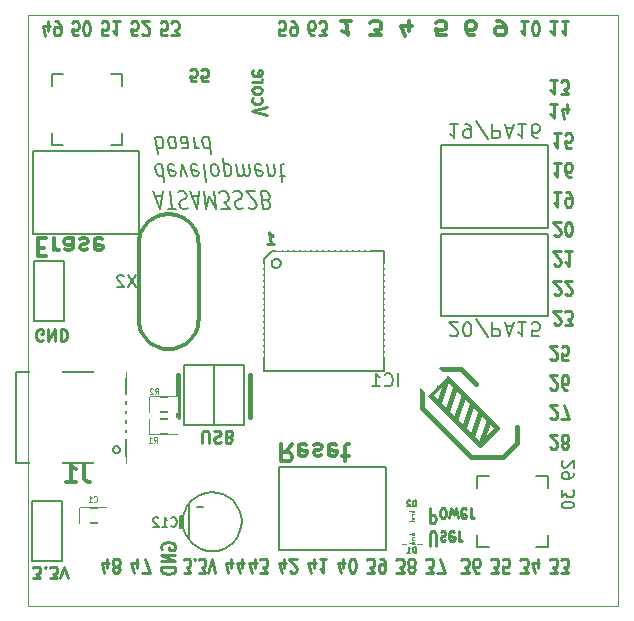
<source format=gbo>
G04 (created by PCBNEW-RS274X (2012-01-19 BZR 3256)-stable) date 07/08/2012 11:34:10*
G01*
G70*
G90*
%MOIN*%
G04 Gerber Fmt 3.4, Leading zero omitted, Abs format*
%FSLAX34Y34*%
G04 APERTURE LIST*
%ADD10C,0.006000*%
%ADD11C,0.007900*%
%ADD12C,0.003900*%
%ADD13C,0.009900*%
%ADD14C,0.008900*%
%ADD15C,0.011800*%
%ADD16C,0.015000*%
%ADD17C,0.012000*%
%ADD18C,0.009100*%
%ADD19C,0.006500*%
%ADD20C,0.008000*%
%ADD21C,0.012500*%
%ADD22C,0.005000*%
%ADD23C,0.002600*%
%ADD24C,0.004000*%
%ADD25C,0.004500*%
%ADD26R,0.055000X0.055000*%
%ADD27C,0.055000*%
%ADD28R,0.108400X0.088700*%
%ADD29R,0.110400X0.019900*%
%ADD30C,0.060000*%
%ADD31R,0.019800X0.070000*%
%ADD32O,0.019800X0.070000*%
%ADD33O,0.070000X0.019800*%
%ADD34R,0.070000X0.070000*%
%ADD35C,0.070000*%
%ADD36C,0.066000*%
%ADD37R,0.035000X0.055000*%
%ADD38R,0.041400X0.041400*%
%ADD39C,0.069100*%
%ADD40C,0.118200*%
%ADD41C,0.246200*%
G04 APERTURE END LIST*
G54D10*
G54D11*
X14066Y-10669D02*
X14088Y-10691D01*
X14133Y-10714D01*
X14246Y-10714D01*
X14291Y-10691D01*
X14313Y-10669D01*
X14336Y-10624D01*
X14336Y-10579D01*
X14313Y-10512D01*
X14043Y-10242D01*
X14336Y-10242D01*
X14628Y-10714D02*
X14673Y-10714D01*
X14718Y-10691D01*
X14741Y-10669D01*
X14763Y-10624D01*
X14786Y-10534D01*
X14786Y-10422D01*
X14763Y-10332D01*
X14741Y-10287D01*
X14718Y-10264D01*
X14673Y-10242D01*
X14628Y-10242D01*
X14583Y-10264D01*
X14561Y-10287D01*
X14538Y-10332D01*
X14516Y-10422D01*
X14516Y-10534D01*
X14538Y-10624D01*
X14561Y-10669D01*
X14583Y-10691D01*
X14628Y-10714D01*
X15326Y-10736D02*
X14921Y-10130D01*
X15482Y-10242D02*
X15482Y-10714D01*
X15662Y-10714D01*
X15707Y-10691D01*
X15730Y-10669D01*
X15752Y-10624D01*
X15752Y-10557D01*
X15730Y-10512D01*
X15707Y-10489D01*
X15662Y-10467D01*
X15482Y-10467D01*
X15932Y-10377D02*
X16157Y-10377D01*
X15887Y-10242D02*
X16044Y-10714D01*
X16202Y-10242D01*
X16607Y-10242D02*
X16337Y-10242D01*
X16472Y-10242D02*
X16472Y-10714D01*
X16427Y-10647D01*
X16382Y-10602D01*
X16337Y-10579D01*
X17034Y-10714D02*
X16809Y-10714D01*
X16787Y-10489D01*
X16809Y-10512D01*
X16854Y-10534D01*
X16967Y-10534D01*
X17012Y-10512D01*
X17034Y-10489D01*
X17057Y-10444D01*
X17057Y-10332D01*
X17034Y-10287D01*
X17012Y-10264D01*
X16967Y-10242D01*
X16854Y-10242D01*
X16809Y-10264D01*
X16787Y-10287D01*
X14336Y-03628D02*
X14066Y-03628D01*
X14201Y-03628D02*
X14201Y-04100D01*
X14156Y-04033D01*
X14111Y-03988D01*
X14066Y-03965D01*
X14561Y-03628D02*
X14651Y-03628D01*
X14696Y-03650D01*
X14718Y-03673D01*
X14763Y-03740D01*
X14786Y-03830D01*
X14786Y-04010D01*
X14763Y-04055D01*
X14741Y-04077D01*
X14696Y-04100D01*
X14606Y-04100D01*
X14561Y-04077D01*
X14538Y-04055D01*
X14516Y-04010D01*
X14516Y-03898D01*
X14538Y-03853D01*
X14561Y-03830D01*
X14606Y-03808D01*
X14696Y-03808D01*
X14741Y-03830D01*
X14763Y-03853D01*
X14786Y-03898D01*
X15326Y-04122D02*
X14921Y-03516D01*
X15482Y-03628D02*
X15482Y-04100D01*
X15662Y-04100D01*
X15707Y-04077D01*
X15730Y-04055D01*
X15752Y-04010D01*
X15752Y-03943D01*
X15730Y-03898D01*
X15707Y-03875D01*
X15662Y-03853D01*
X15482Y-03853D01*
X15932Y-03763D02*
X16157Y-03763D01*
X15887Y-03628D02*
X16044Y-04100D01*
X16202Y-03628D01*
X16607Y-03628D02*
X16337Y-03628D01*
X16472Y-03628D02*
X16472Y-04100D01*
X16427Y-04033D01*
X16382Y-03988D01*
X16337Y-03965D01*
X17012Y-04100D02*
X16922Y-04100D01*
X16877Y-04077D01*
X16854Y-04055D01*
X16809Y-03988D01*
X16787Y-03898D01*
X16787Y-03718D01*
X16809Y-03673D01*
X16832Y-03650D01*
X16877Y-03628D01*
X16967Y-03628D01*
X17012Y-03650D01*
X17034Y-03673D01*
X17057Y-03718D01*
X17057Y-03830D01*
X17034Y-03875D01*
X17012Y-03898D01*
X16967Y-03920D01*
X16877Y-03920D01*
X16832Y-03898D01*
X16809Y-03875D01*
X16787Y-03830D01*
G54D12*
X00000Y-19685D02*
X00000Y00000D01*
X19685Y-19685D02*
X00000Y-19685D01*
X19685Y00000D02*
X19685Y-19685D01*
X00000Y00000D02*
X19685Y00000D01*
G54D13*
X17398Y-18588D02*
X17642Y-18588D01*
X17511Y-18408D01*
X17567Y-18408D01*
X17605Y-18386D01*
X17623Y-18363D01*
X17642Y-18318D01*
X17642Y-18206D01*
X17623Y-18161D01*
X17605Y-18138D01*
X17567Y-18116D01*
X17455Y-18116D01*
X17417Y-18138D01*
X17398Y-18161D01*
X17773Y-18588D02*
X18017Y-18588D01*
X17886Y-18408D01*
X17942Y-18408D01*
X17980Y-18386D01*
X17998Y-18363D01*
X18017Y-18318D01*
X18017Y-18206D01*
X17998Y-18161D01*
X17980Y-18138D01*
X17942Y-18116D01*
X17830Y-18116D01*
X17792Y-18138D01*
X17773Y-18161D01*
X16413Y-18588D02*
X16657Y-18588D01*
X16526Y-18408D01*
X16582Y-18408D01*
X16620Y-18386D01*
X16638Y-18363D01*
X16657Y-18318D01*
X16657Y-18206D01*
X16638Y-18161D01*
X16620Y-18138D01*
X16582Y-18116D01*
X16470Y-18116D01*
X16432Y-18138D01*
X16413Y-18161D01*
X16995Y-18431D02*
X16995Y-18116D01*
X16901Y-18610D02*
X16807Y-18273D01*
X17051Y-18273D01*
X15429Y-18588D02*
X15673Y-18588D01*
X15542Y-18408D01*
X15598Y-18408D01*
X15636Y-18386D01*
X15654Y-18363D01*
X15673Y-18318D01*
X15673Y-18206D01*
X15654Y-18161D01*
X15636Y-18138D01*
X15598Y-18116D01*
X15486Y-18116D01*
X15448Y-18138D01*
X15429Y-18161D01*
X16029Y-18588D02*
X15842Y-18588D01*
X15823Y-18363D01*
X15842Y-18386D01*
X15879Y-18408D01*
X15973Y-18408D01*
X16011Y-18386D01*
X16029Y-18363D01*
X16048Y-18318D01*
X16048Y-18206D01*
X16029Y-18161D01*
X16011Y-18138D01*
X15973Y-18116D01*
X15879Y-18116D01*
X15842Y-18138D01*
X15823Y-18161D01*
X14445Y-18588D02*
X14689Y-18588D01*
X14558Y-18408D01*
X14614Y-18408D01*
X14652Y-18386D01*
X14670Y-18363D01*
X14689Y-18318D01*
X14689Y-18206D01*
X14670Y-18161D01*
X14652Y-18138D01*
X14614Y-18116D01*
X14502Y-18116D01*
X14464Y-18138D01*
X14445Y-18161D01*
X15027Y-18588D02*
X14952Y-18588D01*
X14914Y-18565D01*
X14895Y-18543D01*
X14858Y-18476D01*
X14839Y-18386D01*
X14839Y-18206D01*
X14858Y-18161D01*
X14877Y-18138D01*
X14914Y-18116D01*
X14989Y-18116D01*
X15027Y-18138D01*
X15045Y-18161D01*
X15064Y-18206D01*
X15064Y-18318D01*
X15045Y-18363D01*
X15027Y-18386D01*
X14989Y-18408D01*
X14914Y-18408D01*
X14877Y-18386D01*
X14858Y-18363D01*
X14839Y-18318D01*
X13264Y-18588D02*
X13508Y-18588D01*
X13377Y-18408D01*
X13433Y-18408D01*
X13471Y-18386D01*
X13489Y-18363D01*
X13508Y-18318D01*
X13508Y-18206D01*
X13489Y-18161D01*
X13471Y-18138D01*
X13433Y-18116D01*
X13321Y-18116D01*
X13283Y-18138D01*
X13264Y-18161D01*
X13639Y-18588D02*
X13902Y-18588D01*
X13733Y-18116D01*
X12279Y-18588D02*
X12523Y-18588D01*
X12392Y-18408D01*
X12448Y-18408D01*
X12486Y-18386D01*
X12504Y-18363D01*
X12523Y-18318D01*
X12523Y-18206D01*
X12504Y-18161D01*
X12486Y-18138D01*
X12448Y-18116D01*
X12336Y-18116D01*
X12298Y-18138D01*
X12279Y-18161D01*
X12748Y-18386D02*
X12711Y-18408D01*
X12692Y-18431D01*
X12673Y-18476D01*
X12673Y-18498D01*
X12692Y-18543D01*
X12711Y-18565D01*
X12748Y-18588D01*
X12823Y-18588D01*
X12861Y-18565D01*
X12879Y-18543D01*
X12898Y-18498D01*
X12898Y-18476D01*
X12879Y-18431D01*
X12861Y-18408D01*
X12823Y-18386D01*
X12748Y-18386D01*
X12711Y-18363D01*
X12692Y-18341D01*
X12673Y-18296D01*
X12673Y-18206D01*
X12692Y-18161D01*
X12711Y-18138D01*
X12748Y-18116D01*
X12823Y-18116D01*
X12861Y-18138D01*
X12879Y-18161D01*
X12898Y-18206D01*
X12898Y-18296D01*
X12879Y-18341D01*
X12861Y-18363D01*
X12823Y-18386D01*
X11295Y-18588D02*
X11539Y-18588D01*
X11408Y-18408D01*
X11464Y-18408D01*
X11502Y-18386D01*
X11520Y-18363D01*
X11539Y-18318D01*
X11539Y-18206D01*
X11520Y-18161D01*
X11502Y-18138D01*
X11464Y-18116D01*
X11352Y-18116D01*
X11314Y-18138D01*
X11295Y-18161D01*
X11727Y-18116D02*
X11802Y-18116D01*
X11839Y-18138D01*
X11858Y-18161D01*
X11895Y-18228D01*
X11914Y-18318D01*
X11914Y-18498D01*
X11895Y-18543D01*
X11877Y-18565D01*
X11839Y-18588D01*
X11764Y-18588D01*
X11727Y-18565D01*
X11708Y-18543D01*
X11689Y-18498D01*
X11689Y-18386D01*
X11708Y-18341D01*
X11727Y-18318D01*
X11764Y-18296D01*
X11839Y-18296D01*
X11877Y-18318D01*
X11895Y-18341D01*
X11914Y-18386D01*
X10518Y-18431D02*
X10518Y-18116D01*
X10424Y-18610D02*
X10330Y-18273D01*
X10574Y-18273D01*
X10799Y-18588D02*
X10836Y-18588D01*
X10874Y-18565D01*
X10893Y-18543D01*
X10911Y-18498D01*
X10930Y-18408D01*
X10930Y-18296D01*
X10911Y-18206D01*
X10893Y-18161D01*
X10874Y-18138D01*
X10836Y-18116D01*
X10799Y-18116D01*
X10761Y-18138D01*
X10743Y-18161D01*
X10724Y-18206D01*
X10705Y-18296D01*
X10705Y-18408D01*
X10724Y-18498D01*
X10743Y-18543D01*
X10761Y-18565D01*
X10799Y-18588D01*
X09534Y-18431D02*
X09534Y-18116D01*
X09440Y-18610D02*
X09346Y-18273D01*
X09590Y-18273D01*
X09946Y-18116D02*
X09721Y-18116D01*
X09834Y-18116D02*
X09834Y-18588D01*
X09796Y-18521D01*
X09759Y-18476D01*
X09721Y-18453D01*
X08549Y-18431D02*
X08549Y-18116D01*
X08455Y-18610D02*
X08361Y-18273D01*
X08605Y-18273D01*
X08736Y-18543D02*
X08755Y-18565D01*
X08792Y-18588D01*
X08886Y-18588D01*
X08924Y-18565D01*
X08942Y-18543D01*
X08961Y-18498D01*
X08961Y-18453D01*
X08942Y-18386D01*
X08717Y-18116D01*
X08961Y-18116D01*
X07565Y-18431D02*
X07565Y-18116D01*
X07471Y-18610D02*
X07377Y-18273D01*
X07621Y-18273D01*
X07733Y-18588D02*
X07977Y-18588D01*
X07846Y-18408D01*
X07902Y-18408D01*
X07940Y-18386D01*
X07958Y-18363D01*
X07977Y-18318D01*
X07977Y-18206D01*
X07958Y-18161D01*
X07940Y-18138D01*
X07902Y-18116D01*
X07790Y-18116D01*
X07752Y-18138D01*
X07733Y-18161D01*
X06778Y-18431D02*
X06778Y-18116D01*
X06684Y-18610D02*
X06590Y-18273D01*
X06834Y-18273D01*
X07153Y-18431D02*
X07153Y-18116D01*
X07059Y-18610D02*
X06965Y-18273D01*
X07209Y-18273D01*
G54D14*
X05187Y-18588D02*
X05406Y-18588D01*
X05288Y-18408D01*
X05338Y-18408D01*
X05372Y-18386D01*
X05389Y-18363D01*
X05406Y-18318D01*
X05406Y-18206D01*
X05389Y-18161D01*
X05372Y-18138D01*
X05338Y-18116D01*
X05237Y-18116D01*
X05203Y-18138D01*
X05187Y-18161D01*
X05557Y-18161D02*
X05574Y-18138D01*
X05557Y-18116D01*
X05540Y-18138D01*
X05557Y-18161D01*
X05557Y-18116D01*
X05693Y-18588D02*
X05912Y-18588D01*
X05794Y-18408D01*
X05844Y-18408D01*
X05878Y-18386D01*
X05895Y-18363D01*
X05912Y-18318D01*
X05912Y-18206D01*
X05895Y-18161D01*
X05878Y-18138D01*
X05844Y-18116D01*
X05743Y-18116D01*
X05709Y-18138D01*
X05693Y-18161D01*
X06013Y-18588D02*
X06131Y-18116D01*
X06249Y-18588D01*
G54D13*
X04466Y-17800D02*
X04443Y-17763D01*
X04443Y-17706D01*
X04466Y-17650D01*
X04510Y-17613D01*
X04555Y-17594D01*
X04645Y-17575D01*
X04713Y-17575D01*
X04803Y-17594D01*
X04848Y-17613D01*
X04893Y-17650D01*
X04915Y-17706D01*
X04915Y-17744D01*
X04893Y-17800D01*
X04870Y-17819D01*
X04713Y-17819D01*
X04713Y-17744D01*
X04915Y-17988D02*
X04443Y-17988D01*
X04915Y-18213D01*
X04443Y-18213D01*
X04915Y-18401D02*
X04443Y-18401D01*
X04443Y-18495D01*
X04466Y-18551D01*
X04510Y-18588D01*
X04555Y-18607D01*
X04645Y-18626D01*
X04713Y-18626D01*
X04803Y-18607D01*
X04848Y-18588D01*
X04893Y-18551D01*
X04915Y-18495D01*
X04915Y-18401D01*
X03628Y-18431D02*
X03628Y-18116D01*
X03534Y-18610D02*
X03440Y-18273D01*
X03684Y-18273D01*
X03796Y-18588D02*
X04059Y-18588D01*
X03890Y-18116D01*
X02644Y-18431D02*
X02644Y-18116D01*
X02550Y-18610D02*
X02456Y-18273D01*
X02700Y-18273D01*
X02906Y-18386D02*
X02869Y-18408D01*
X02850Y-18431D01*
X02831Y-18476D01*
X02831Y-18498D01*
X02850Y-18543D01*
X02869Y-18565D01*
X02906Y-18588D01*
X02981Y-18588D01*
X03019Y-18565D01*
X03037Y-18543D01*
X03056Y-18498D01*
X03056Y-18476D01*
X03037Y-18431D01*
X03019Y-18408D01*
X02981Y-18386D01*
X02906Y-18386D01*
X02869Y-18363D01*
X02850Y-18341D01*
X02831Y-18296D01*
X02831Y-18206D01*
X02850Y-18161D01*
X02869Y-18138D01*
X02906Y-18116D01*
X02981Y-18116D01*
X03019Y-18138D01*
X03037Y-18161D01*
X03056Y-18206D01*
X03056Y-18296D01*
X03037Y-18341D01*
X03019Y-18363D01*
X02981Y-18386D01*
G54D11*
X17797Y-15823D02*
X17797Y-16067D01*
X17948Y-15936D01*
X17948Y-15992D01*
X17966Y-16030D01*
X17985Y-16048D01*
X18023Y-16067D01*
X18116Y-16067D01*
X18154Y-16048D01*
X18173Y-16030D01*
X18191Y-15992D01*
X18191Y-15880D01*
X18173Y-15842D01*
X18154Y-15823D01*
X17797Y-16311D02*
X17797Y-16348D01*
X17816Y-16386D01*
X17835Y-16405D01*
X17873Y-16423D01*
X17948Y-16442D01*
X18041Y-16442D01*
X18116Y-16423D01*
X18154Y-16405D01*
X18173Y-16386D01*
X18191Y-16348D01*
X18191Y-16311D01*
X18173Y-16273D01*
X18154Y-16255D01*
X18116Y-16236D01*
X18041Y-16217D01*
X17948Y-16217D01*
X17873Y-16236D01*
X17835Y-16255D01*
X17816Y-16273D01*
X17797Y-16311D01*
X17835Y-14858D02*
X17816Y-14877D01*
X17797Y-14914D01*
X17797Y-15008D01*
X17816Y-15046D01*
X17835Y-15064D01*
X17873Y-15083D01*
X17910Y-15083D01*
X17966Y-15064D01*
X18191Y-14839D01*
X18191Y-15083D01*
X18191Y-15271D02*
X18191Y-15346D01*
X18173Y-15383D01*
X18154Y-15402D01*
X18098Y-15439D01*
X18023Y-15458D01*
X17873Y-15458D01*
X17835Y-15439D01*
X17816Y-15421D01*
X17797Y-15383D01*
X17797Y-15308D01*
X17816Y-15271D01*
X17835Y-15252D01*
X17873Y-15233D01*
X17966Y-15233D01*
X18004Y-15252D01*
X18023Y-15271D01*
X18041Y-15308D01*
X18041Y-15383D01*
X18023Y-15421D01*
X18004Y-15439D01*
X17966Y-15458D01*
G54D13*
X17417Y-14409D02*
X17436Y-14431D01*
X17473Y-14454D01*
X17567Y-14454D01*
X17605Y-14431D01*
X17623Y-14409D01*
X17642Y-14364D01*
X17642Y-14319D01*
X17623Y-14252D01*
X17398Y-13982D01*
X17642Y-13982D01*
X17867Y-14252D02*
X17830Y-14274D01*
X17811Y-14297D01*
X17792Y-14342D01*
X17792Y-14364D01*
X17811Y-14409D01*
X17830Y-14431D01*
X17867Y-14454D01*
X17942Y-14454D01*
X17980Y-14431D01*
X17998Y-14409D01*
X18017Y-14364D01*
X18017Y-14342D01*
X17998Y-14297D01*
X17980Y-14274D01*
X17942Y-14252D01*
X17867Y-14252D01*
X17830Y-14229D01*
X17811Y-14207D01*
X17792Y-14162D01*
X17792Y-14072D01*
X17811Y-14027D01*
X17830Y-14004D01*
X17867Y-13982D01*
X17942Y-13982D01*
X17980Y-14004D01*
X17998Y-14027D01*
X18017Y-14072D01*
X18017Y-14162D01*
X17998Y-14207D01*
X17980Y-14229D01*
X17942Y-14252D01*
X17417Y-13425D02*
X17436Y-13447D01*
X17473Y-13470D01*
X17567Y-13470D01*
X17605Y-13447D01*
X17623Y-13425D01*
X17642Y-13380D01*
X17642Y-13335D01*
X17623Y-13268D01*
X17398Y-12998D01*
X17642Y-12998D01*
X17773Y-13470D02*
X18036Y-13470D01*
X17867Y-12998D01*
X17417Y-12441D02*
X17436Y-12463D01*
X17473Y-12486D01*
X17567Y-12486D01*
X17605Y-12463D01*
X17623Y-12441D01*
X17642Y-12396D01*
X17642Y-12351D01*
X17623Y-12284D01*
X17398Y-12014D01*
X17642Y-12014D01*
X17980Y-12486D02*
X17905Y-12486D01*
X17867Y-12463D01*
X17848Y-12441D01*
X17811Y-12374D01*
X17792Y-12284D01*
X17792Y-12104D01*
X17811Y-12059D01*
X17830Y-12036D01*
X17867Y-12014D01*
X17942Y-12014D01*
X17980Y-12036D01*
X17998Y-12059D01*
X18017Y-12104D01*
X18017Y-12216D01*
X17998Y-12261D01*
X17980Y-12284D01*
X17942Y-12306D01*
X17867Y-12306D01*
X17830Y-12284D01*
X17811Y-12261D01*
X17792Y-12216D01*
X17417Y-11456D02*
X17436Y-11478D01*
X17473Y-11501D01*
X17567Y-11501D01*
X17605Y-11478D01*
X17623Y-11456D01*
X17642Y-11411D01*
X17642Y-11366D01*
X17623Y-11299D01*
X17398Y-11029D01*
X17642Y-11029D01*
X17998Y-11501D02*
X17811Y-11501D01*
X17792Y-11276D01*
X17811Y-11299D01*
X17848Y-11321D01*
X17942Y-11321D01*
X17980Y-11299D01*
X17998Y-11276D01*
X18017Y-11231D01*
X18017Y-11119D01*
X17998Y-11074D01*
X17980Y-11051D01*
X17942Y-11029D01*
X17848Y-11029D01*
X17811Y-11051D01*
X17792Y-11074D01*
X17535Y-10275D02*
X17554Y-10297D01*
X17591Y-10320D01*
X17685Y-10320D01*
X17723Y-10297D01*
X17741Y-10275D01*
X17760Y-10230D01*
X17760Y-10185D01*
X17741Y-10118D01*
X17516Y-09848D01*
X17760Y-09848D01*
X17891Y-10320D02*
X18135Y-10320D01*
X18004Y-10140D01*
X18060Y-10140D01*
X18098Y-10118D01*
X18116Y-10095D01*
X18135Y-10050D01*
X18135Y-09938D01*
X18116Y-09893D01*
X18098Y-09870D01*
X18060Y-09848D01*
X17948Y-09848D01*
X17910Y-09870D01*
X17891Y-09893D01*
X17535Y-09291D02*
X17554Y-09313D01*
X17591Y-09336D01*
X17685Y-09336D01*
X17723Y-09313D01*
X17741Y-09291D01*
X17760Y-09246D01*
X17760Y-09201D01*
X17741Y-09134D01*
X17516Y-08864D01*
X17760Y-08864D01*
X17910Y-09291D02*
X17929Y-09313D01*
X17966Y-09336D01*
X18060Y-09336D01*
X18098Y-09313D01*
X18116Y-09291D01*
X18135Y-09246D01*
X18135Y-09201D01*
X18116Y-09134D01*
X17891Y-08864D01*
X18135Y-08864D01*
X17535Y-08307D02*
X17554Y-08329D01*
X17591Y-08352D01*
X17685Y-08352D01*
X17723Y-08329D01*
X17741Y-08307D01*
X17760Y-08262D01*
X17760Y-08217D01*
X17741Y-08150D01*
X17516Y-07880D01*
X17760Y-07880D01*
X18135Y-07880D02*
X17910Y-07880D01*
X18023Y-07880D02*
X18023Y-08352D01*
X17985Y-08285D01*
X17948Y-08240D01*
X17910Y-08217D01*
X17535Y-07323D02*
X17554Y-07345D01*
X17591Y-07368D01*
X17685Y-07368D01*
X17723Y-07345D01*
X17741Y-07323D01*
X17760Y-07278D01*
X17760Y-07233D01*
X17741Y-07166D01*
X17516Y-06896D01*
X17760Y-06896D01*
X18004Y-07368D02*
X18041Y-07368D01*
X18079Y-07345D01*
X18098Y-07323D01*
X18116Y-07278D01*
X18135Y-07188D01*
X18135Y-07076D01*
X18116Y-06986D01*
X18098Y-06941D01*
X18079Y-06918D01*
X18041Y-06896D01*
X18004Y-06896D01*
X17966Y-06918D01*
X17948Y-06941D01*
X17929Y-06986D01*
X17910Y-07076D01*
X17910Y-07188D01*
X17929Y-07278D01*
X17948Y-07323D01*
X17966Y-07345D01*
X18004Y-07368D01*
X17760Y-05911D02*
X17535Y-05911D01*
X17648Y-05911D02*
X17648Y-06383D01*
X17610Y-06316D01*
X17573Y-06271D01*
X17535Y-06248D01*
X17948Y-05911D02*
X18023Y-05911D01*
X18060Y-05933D01*
X18079Y-05956D01*
X18116Y-06023D01*
X18135Y-06113D01*
X18135Y-06293D01*
X18116Y-06338D01*
X18098Y-06360D01*
X18060Y-06383D01*
X17985Y-06383D01*
X17948Y-06360D01*
X17929Y-06338D01*
X17910Y-06293D01*
X17910Y-06181D01*
X17929Y-06136D01*
X17948Y-06113D01*
X17985Y-06091D01*
X18060Y-06091D01*
X18098Y-06113D01*
X18116Y-06136D01*
X18135Y-06181D01*
X17760Y-04927D02*
X17535Y-04927D01*
X17648Y-04927D02*
X17648Y-05399D01*
X17610Y-05332D01*
X17573Y-05287D01*
X17535Y-05264D01*
X18098Y-05399D02*
X18023Y-05399D01*
X17985Y-05376D01*
X17966Y-05354D01*
X17929Y-05287D01*
X17910Y-05197D01*
X17910Y-05017D01*
X17929Y-04972D01*
X17948Y-04949D01*
X17985Y-04927D01*
X18060Y-04927D01*
X18098Y-04949D01*
X18116Y-04972D01*
X18135Y-05017D01*
X18135Y-05129D01*
X18116Y-05174D01*
X18098Y-05197D01*
X18060Y-05219D01*
X17985Y-05219D01*
X17948Y-05197D01*
X17929Y-05174D01*
X17910Y-05129D01*
X17760Y-03943D02*
X17535Y-03943D01*
X17648Y-03943D02*
X17648Y-04415D01*
X17610Y-04348D01*
X17573Y-04303D01*
X17535Y-04280D01*
X18116Y-04415D02*
X17929Y-04415D01*
X17910Y-04190D01*
X17929Y-04213D01*
X17966Y-04235D01*
X18060Y-04235D01*
X18098Y-04213D01*
X18116Y-04190D01*
X18135Y-04145D01*
X18135Y-04033D01*
X18116Y-03988D01*
X18098Y-03965D01*
X18060Y-03943D01*
X17966Y-03943D01*
X17929Y-03965D01*
X17910Y-03988D01*
X17642Y-02959D02*
X17417Y-02959D01*
X17530Y-02959D02*
X17530Y-03431D01*
X17492Y-03364D01*
X17455Y-03319D01*
X17417Y-03296D01*
X17980Y-03274D02*
X17980Y-02959D01*
X17886Y-03453D02*
X17792Y-03116D01*
X18036Y-03116D01*
X17642Y-02171D02*
X17417Y-02171D01*
X17530Y-02171D02*
X17530Y-02643D01*
X17492Y-02576D01*
X17455Y-02531D01*
X17417Y-02508D01*
X17773Y-02643D02*
X18017Y-02643D01*
X17886Y-02463D01*
X17942Y-02463D01*
X17980Y-02441D01*
X17998Y-02418D01*
X18017Y-02373D01*
X18017Y-02261D01*
X17998Y-02216D01*
X17980Y-02193D01*
X17942Y-02171D01*
X17830Y-02171D01*
X17792Y-02193D01*
X17773Y-02216D01*
X07958Y-03328D02*
X07486Y-03197D01*
X07958Y-03066D01*
X07508Y-02765D02*
X07486Y-02803D01*
X07486Y-02878D01*
X07508Y-02915D01*
X07531Y-02934D01*
X07576Y-02953D01*
X07711Y-02953D01*
X07756Y-02934D01*
X07778Y-02915D01*
X07801Y-02878D01*
X07801Y-02803D01*
X07778Y-02765D01*
X07486Y-02540D02*
X07508Y-02577D01*
X07531Y-02596D01*
X07576Y-02615D01*
X07711Y-02615D01*
X07756Y-02596D01*
X07778Y-02577D01*
X07801Y-02540D01*
X07801Y-02484D01*
X07778Y-02446D01*
X07756Y-02427D01*
X07711Y-02409D01*
X07576Y-02409D01*
X07531Y-02427D01*
X07508Y-02446D01*
X07486Y-02484D01*
X07486Y-02540D01*
X07486Y-02240D02*
X07801Y-02240D01*
X07711Y-02240D02*
X07756Y-02221D01*
X07778Y-02203D01*
X07801Y-02165D01*
X07801Y-02128D01*
X07508Y-01846D02*
X07486Y-01884D01*
X07486Y-01959D01*
X07508Y-01996D01*
X07553Y-02015D01*
X07733Y-02015D01*
X07778Y-01996D01*
X07801Y-01959D01*
X07801Y-01884D01*
X07778Y-01846D01*
X07733Y-01827D01*
X07688Y-01827D01*
X07643Y-02015D01*
X05615Y-02204D02*
X05428Y-02204D01*
X05409Y-02016D01*
X05428Y-02035D01*
X05465Y-02053D01*
X05559Y-02053D01*
X05597Y-02035D01*
X05615Y-02016D01*
X05634Y-01978D01*
X05634Y-01885D01*
X05615Y-01847D01*
X05597Y-01828D01*
X05559Y-01810D01*
X05465Y-01810D01*
X05428Y-01828D01*
X05409Y-01847D01*
X05990Y-02204D02*
X05803Y-02204D01*
X05784Y-02016D01*
X05803Y-02035D01*
X05840Y-02053D01*
X05934Y-02053D01*
X05972Y-02035D01*
X05990Y-02016D01*
X06009Y-01978D01*
X06009Y-01885D01*
X05990Y-01847D01*
X05972Y-01828D01*
X05934Y-01810D01*
X05840Y-01810D01*
X05803Y-01828D01*
X05784Y-01847D01*
X04630Y-00675D02*
X04443Y-00675D01*
X04424Y-00450D01*
X04443Y-00473D01*
X04480Y-00495D01*
X04574Y-00495D01*
X04612Y-00473D01*
X04630Y-00450D01*
X04649Y-00405D01*
X04649Y-00293D01*
X04630Y-00248D01*
X04612Y-00225D01*
X04574Y-00203D01*
X04480Y-00203D01*
X04443Y-00225D01*
X04424Y-00248D01*
X04780Y-00675D02*
X05024Y-00675D01*
X04893Y-00495D01*
X04949Y-00495D01*
X04987Y-00473D01*
X05005Y-00450D01*
X05024Y-00405D01*
X05024Y-00293D01*
X05005Y-00248D01*
X04987Y-00225D01*
X04949Y-00203D01*
X04837Y-00203D01*
X04799Y-00225D01*
X04780Y-00248D01*
X00675Y-00518D02*
X00675Y-00203D01*
X00581Y-00697D02*
X00487Y-00360D01*
X00731Y-00360D01*
X00900Y-00203D02*
X00975Y-00203D01*
X01012Y-00225D01*
X01031Y-00248D01*
X01068Y-00315D01*
X01087Y-00405D01*
X01087Y-00585D01*
X01068Y-00630D01*
X01050Y-00652D01*
X01012Y-00675D01*
X00937Y-00675D01*
X00900Y-00652D01*
X00881Y-00630D01*
X00862Y-00585D01*
X00862Y-00473D01*
X00881Y-00428D01*
X00900Y-00405D01*
X00937Y-00383D01*
X01012Y-00383D01*
X01050Y-00405D01*
X01068Y-00428D01*
X01087Y-00473D01*
X01678Y-00675D02*
X01491Y-00675D01*
X01472Y-00450D01*
X01491Y-00473D01*
X01528Y-00495D01*
X01622Y-00495D01*
X01660Y-00473D01*
X01678Y-00450D01*
X01697Y-00405D01*
X01697Y-00293D01*
X01678Y-00248D01*
X01660Y-00225D01*
X01622Y-00203D01*
X01528Y-00203D01*
X01491Y-00225D01*
X01472Y-00248D01*
X01941Y-00675D02*
X01978Y-00675D01*
X02016Y-00652D01*
X02035Y-00630D01*
X02053Y-00585D01*
X02072Y-00495D01*
X02072Y-00383D01*
X02053Y-00293D01*
X02035Y-00248D01*
X02016Y-00225D01*
X01978Y-00203D01*
X01941Y-00203D01*
X01903Y-00225D01*
X01885Y-00248D01*
X01866Y-00293D01*
X01847Y-00383D01*
X01847Y-00495D01*
X01866Y-00585D01*
X01885Y-00630D01*
X01903Y-00652D01*
X01941Y-00675D01*
X02662Y-00675D02*
X02475Y-00675D01*
X02456Y-00450D01*
X02475Y-00473D01*
X02512Y-00495D01*
X02606Y-00495D01*
X02644Y-00473D01*
X02662Y-00450D01*
X02681Y-00405D01*
X02681Y-00293D01*
X02662Y-00248D01*
X02644Y-00225D01*
X02606Y-00203D01*
X02512Y-00203D01*
X02475Y-00225D01*
X02456Y-00248D01*
X03056Y-00203D02*
X02831Y-00203D01*
X02944Y-00203D02*
X02944Y-00675D01*
X02906Y-00608D01*
X02869Y-00563D01*
X02831Y-00540D01*
X03646Y-00675D02*
X03459Y-00675D01*
X03440Y-00450D01*
X03459Y-00473D01*
X03496Y-00495D01*
X03590Y-00495D01*
X03628Y-00473D01*
X03646Y-00450D01*
X03665Y-00405D01*
X03665Y-00293D01*
X03646Y-00248D01*
X03628Y-00225D01*
X03590Y-00203D01*
X03496Y-00203D01*
X03459Y-00225D01*
X03440Y-00248D01*
X03815Y-00630D02*
X03834Y-00652D01*
X03871Y-00675D01*
X03965Y-00675D01*
X04003Y-00652D01*
X04021Y-00630D01*
X04040Y-00585D01*
X04040Y-00540D01*
X04021Y-00473D01*
X03796Y-00203D01*
X04040Y-00203D01*
X08567Y-00675D02*
X08380Y-00675D01*
X08361Y-00450D01*
X08380Y-00473D01*
X08417Y-00495D01*
X08511Y-00495D01*
X08549Y-00473D01*
X08567Y-00450D01*
X08586Y-00405D01*
X08586Y-00293D01*
X08567Y-00248D01*
X08549Y-00225D01*
X08511Y-00203D01*
X08417Y-00203D01*
X08380Y-00225D01*
X08361Y-00248D01*
X08774Y-00203D02*
X08849Y-00203D01*
X08886Y-00225D01*
X08905Y-00248D01*
X08942Y-00315D01*
X08961Y-00405D01*
X08961Y-00585D01*
X08942Y-00630D01*
X08924Y-00652D01*
X08886Y-00675D01*
X08811Y-00675D01*
X08774Y-00652D01*
X08755Y-00630D01*
X08736Y-00585D01*
X08736Y-00473D01*
X08755Y-00428D01*
X08774Y-00405D01*
X08811Y-00383D01*
X08886Y-00383D01*
X08924Y-00405D01*
X08942Y-00428D01*
X08961Y-00473D01*
X09534Y-00675D02*
X09459Y-00675D01*
X09421Y-00652D01*
X09402Y-00630D01*
X09365Y-00563D01*
X09346Y-00473D01*
X09346Y-00293D01*
X09365Y-00248D01*
X09384Y-00225D01*
X09421Y-00203D01*
X09496Y-00203D01*
X09534Y-00225D01*
X09552Y-00248D01*
X09571Y-00293D01*
X09571Y-00405D01*
X09552Y-00450D01*
X09534Y-00473D01*
X09496Y-00495D01*
X09421Y-00495D01*
X09384Y-00473D01*
X09365Y-00450D01*
X09346Y-00405D01*
X09702Y-00675D02*
X09946Y-00675D01*
X09815Y-00495D01*
X09871Y-00495D01*
X09909Y-00473D01*
X09927Y-00450D01*
X09946Y-00405D01*
X09946Y-00293D01*
X09927Y-00248D01*
X09909Y-00225D01*
X09871Y-00203D01*
X09759Y-00203D01*
X09721Y-00225D01*
X09702Y-00248D01*
X17642Y-00203D02*
X17417Y-00203D01*
X17530Y-00203D02*
X17530Y-00675D01*
X17492Y-00608D01*
X17455Y-00563D01*
X17417Y-00540D01*
X18017Y-00203D02*
X17792Y-00203D01*
X17905Y-00203D02*
X17905Y-00675D01*
X17867Y-00608D01*
X17830Y-00563D01*
X17792Y-00540D01*
X16657Y-00203D02*
X16432Y-00203D01*
X16545Y-00203D02*
X16545Y-00675D01*
X16507Y-00608D01*
X16470Y-00563D01*
X16432Y-00540D01*
X16901Y-00675D02*
X16938Y-00675D01*
X16976Y-00652D01*
X16995Y-00630D01*
X17013Y-00585D01*
X17032Y-00495D01*
X17032Y-00383D01*
X17013Y-00293D01*
X16995Y-00248D01*
X16976Y-00225D01*
X16938Y-00203D01*
X16901Y-00203D01*
X16863Y-00225D01*
X16845Y-00248D01*
X16826Y-00293D01*
X16807Y-00383D01*
X16807Y-00495D01*
X16826Y-00585D01*
X16845Y-00630D01*
X16863Y-00652D01*
X16901Y-00675D01*
G54D15*
X15634Y-00203D02*
X15749Y-00203D01*
X15806Y-00225D01*
X15834Y-00248D01*
X15892Y-00315D01*
X15920Y-00405D01*
X15920Y-00585D01*
X15892Y-00630D01*
X15863Y-00652D01*
X15806Y-00675D01*
X15692Y-00675D01*
X15634Y-00652D01*
X15606Y-00630D01*
X15577Y-00585D01*
X15577Y-00473D01*
X15606Y-00428D01*
X15634Y-00405D01*
X15692Y-00383D01*
X15806Y-00383D01*
X15863Y-00405D01*
X15892Y-00428D01*
X15920Y-00473D01*
X14879Y-00675D02*
X14765Y-00675D01*
X14708Y-00652D01*
X14679Y-00630D01*
X14622Y-00563D01*
X14593Y-00473D01*
X14593Y-00293D01*
X14622Y-00248D01*
X14650Y-00225D01*
X14708Y-00203D01*
X14822Y-00203D01*
X14879Y-00225D01*
X14908Y-00248D01*
X14936Y-00293D01*
X14936Y-00405D01*
X14908Y-00450D01*
X14879Y-00473D01*
X14822Y-00495D01*
X14708Y-00495D01*
X14650Y-00473D01*
X14622Y-00450D01*
X14593Y-00405D01*
X13924Y-00675D02*
X13638Y-00675D01*
X13609Y-00450D01*
X13638Y-00473D01*
X13695Y-00495D01*
X13838Y-00495D01*
X13895Y-00473D01*
X13924Y-00450D01*
X13952Y-00405D01*
X13952Y-00293D01*
X13924Y-00248D01*
X13895Y-00225D01*
X13838Y-00203D01*
X13695Y-00203D01*
X13638Y-00225D01*
X13609Y-00248D01*
X12713Y-00518D02*
X12713Y-00203D01*
X12570Y-00697D02*
X12427Y-00360D01*
X12799Y-00360D01*
X11415Y-00675D02*
X11786Y-00675D01*
X11586Y-00495D01*
X11672Y-00495D01*
X11729Y-00473D01*
X11758Y-00450D01*
X11786Y-00405D01*
X11786Y-00293D01*
X11758Y-00248D01*
X11729Y-00225D01*
X11672Y-00203D01*
X11500Y-00203D01*
X11443Y-00225D01*
X11415Y-00248D01*
X10770Y-00203D02*
X10427Y-00203D01*
X10599Y-00203D02*
X10658Y-00675D01*
X10592Y-00608D01*
X10529Y-00563D01*
X10469Y-00540D01*
G54D13*
X07978Y-07639D02*
X08203Y-07639D01*
X08090Y-07639D02*
X08041Y-07245D01*
X08086Y-07302D01*
X08128Y-07339D01*
X08168Y-07358D01*
G54D16*
X05000Y-12008D02*
X05000Y-13386D01*
X07402Y-12008D02*
X07402Y-13386D01*
G54D17*
X00338Y-07748D02*
X00535Y-07748D01*
X00619Y-07434D02*
X00338Y-07434D01*
X00338Y-08034D01*
X00619Y-08034D01*
X00873Y-07434D02*
X00873Y-07834D01*
X00873Y-07720D02*
X00901Y-07777D01*
X00929Y-07806D01*
X00985Y-07834D01*
X01042Y-07834D01*
X01492Y-07434D02*
X01492Y-07748D01*
X01464Y-07806D01*
X01408Y-07834D01*
X01295Y-07834D01*
X01239Y-07806D01*
X01492Y-07463D02*
X01436Y-07434D01*
X01295Y-07434D01*
X01239Y-07463D01*
X01211Y-07520D01*
X01211Y-07577D01*
X01239Y-07634D01*
X01295Y-07663D01*
X01436Y-07663D01*
X01492Y-07691D01*
X01746Y-07463D02*
X01802Y-07434D01*
X01914Y-07434D01*
X01971Y-07463D01*
X01999Y-07520D01*
X01999Y-07548D01*
X01971Y-07606D01*
X01914Y-07634D01*
X01830Y-07634D01*
X01774Y-07663D01*
X01746Y-07720D01*
X01746Y-07748D01*
X01774Y-07806D01*
X01830Y-07834D01*
X01914Y-07834D01*
X01971Y-07806D01*
X02477Y-07463D02*
X02421Y-07434D01*
X02308Y-07434D01*
X02252Y-07463D01*
X02224Y-07520D01*
X02224Y-07748D01*
X02252Y-07806D01*
X02308Y-07834D01*
X02421Y-07834D01*
X02477Y-07806D01*
X02505Y-07748D01*
X02505Y-07691D01*
X02224Y-07634D01*
G54D13*
X00166Y-18778D02*
X00410Y-18778D01*
X00279Y-18627D01*
X00335Y-18627D01*
X00373Y-18609D01*
X00391Y-18590D01*
X00410Y-18552D01*
X00410Y-18459D01*
X00391Y-18421D01*
X00373Y-18402D01*
X00335Y-18384D01*
X00223Y-18384D01*
X00185Y-18402D01*
X00166Y-18421D01*
X00579Y-18421D02*
X00598Y-18402D01*
X00579Y-18384D01*
X00560Y-18402D01*
X00579Y-18421D01*
X00579Y-18384D01*
X00729Y-18778D02*
X00973Y-18778D01*
X00842Y-18627D01*
X00898Y-18627D01*
X00936Y-18609D01*
X00954Y-18590D01*
X00973Y-18552D01*
X00973Y-18459D01*
X00954Y-18421D01*
X00936Y-18402D01*
X00898Y-18384D01*
X00786Y-18384D01*
X00748Y-18402D01*
X00729Y-18421D01*
X01086Y-18778D02*
X01217Y-18384D01*
X01348Y-18778D01*
X00487Y-10846D02*
X00450Y-10865D01*
X00393Y-10865D01*
X00337Y-10846D01*
X00300Y-10808D01*
X00281Y-10771D01*
X00262Y-10696D01*
X00262Y-10639D01*
X00281Y-10564D01*
X00300Y-10527D01*
X00337Y-10489D01*
X00393Y-10471D01*
X00431Y-10471D01*
X00487Y-10489D01*
X00506Y-10508D01*
X00506Y-10639D01*
X00431Y-10639D01*
X00675Y-10471D02*
X00675Y-10865D01*
X00900Y-10471D01*
X00900Y-10865D01*
X01088Y-10471D02*
X01088Y-10865D01*
X01182Y-10865D01*
X01238Y-10846D01*
X01275Y-10808D01*
X01294Y-10771D01*
X01313Y-10696D01*
X01313Y-10639D01*
X01294Y-10564D01*
X01275Y-10527D01*
X01238Y-10489D01*
X01182Y-10471D01*
X01088Y-10471D01*
X05802Y-14251D02*
X05802Y-13932D01*
X05821Y-13894D01*
X05839Y-13875D01*
X05877Y-13857D01*
X05952Y-13857D01*
X05989Y-13875D01*
X06008Y-13894D01*
X06027Y-13932D01*
X06027Y-14251D01*
X06196Y-13875D02*
X06252Y-13857D01*
X06346Y-13857D01*
X06384Y-13875D01*
X06402Y-13894D01*
X06421Y-13932D01*
X06421Y-13969D01*
X06402Y-14007D01*
X06384Y-14025D01*
X06346Y-14044D01*
X06271Y-14063D01*
X06234Y-14082D01*
X06215Y-14100D01*
X06196Y-14138D01*
X06196Y-14175D01*
X06215Y-14213D01*
X06234Y-14232D01*
X06271Y-14251D01*
X06365Y-14251D01*
X06421Y-14232D01*
X06721Y-14063D02*
X06777Y-14044D01*
X06796Y-14025D01*
X06815Y-13988D01*
X06815Y-13932D01*
X06796Y-13894D01*
X06777Y-13875D01*
X06740Y-13857D01*
X06590Y-13857D01*
X06590Y-14251D01*
X06721Y-14251D01*
X06759Y-14232D01*
X06777Y-14213D01*
X06796Y-14175D01*
X06796Y-14138D01*
X06777Y-14100D01*
X06759Y-14082D01*
X06721Y-14063D01*
X06590Y-14063D01*
G54D17*
X08793Y-14289D02*
X08593Y-14571D01*
X08450Y-14289D02*
X08450Y-14880D01*
X08678Y-14880D01*
X08736Y-14852D01*
X08764Y-14824D01*
X08793Y-14768D01*
X08793Y-14683D01*
X08764Y-14627D01*
X08736Y-14599D01*
X08678Y-14571D01*
X08450Y-14571D01*
X09278Y-14317D02*
X09221Y-14289D01*
X09107Y-14289D01*
X09050Y-14317D01*
X09021Y-14374D01*
X09021Y-14599D01*
X09050Y-14655D01*
X09107Y-14683D01*
X09221Y-14683D01*
X09278Y-14655D01*
X09307Y-14599D01*
X09307Y-14543D01*
X09021Y-14486D01*
X09535Y-14317D02*
X09592Y-14289D01*
X09707Y-14289D01*
X09764Y-14317D01*
X09792Y-14374D01*
X09792Y-14402D01*
X09764Y-14458D01*
X09707Y-14486D01*
X09621Y-14486D01*
X09564Y-14514D01*
X09535Y-14571D01*
X09535Y-14599D01*
X09564Y-14655D01*
X09621Y-14683D01*
X09707Y-14683D01*
X09764Y-14655D01*
X10278Y-14317D02*
X10221Y-14289D01*
X10107Y-14289D01*
X10050Y-14317D01*
X10021Y-14374D01*
X10021Y-14599D01*
X10050Y-14655D01*
X10107Y-14683D01*
X10221Y-14683D01*
X10278Y-14655D01*
X10307Y-14599D01*
X10307Y-14543D01*
X10021Y-14486D01*
X10478Y-14683D02*
X10707Y-14683D01*
X10564Y-14880D02*
X10564Y-14374D01*
X10592Y-14317D01*
X10650Y-14289D01*
X10707Y-14289D01*
G54D11*
X04252Y-06032D02*
X04477Y-06032D01*
X04186Y-05863D02*
X04417Y-06454D01*
X04501Y-05863D01*
X04665Y-06454D02*
X04935Y-06454D01*
X04726Y-05863D02*
X04800Y-06454D01*
X05000Y-05891D02*
X05063Y-05863D01*
X05176Y-05863D01*
X05225Y-05891D01*
X05250Y-05920D01*
X05280Y-05976D01*
X05287Y-06032D01*
X05271Y-06088D01*
X05253Y-06117D01*
X05211Y-06145D01*
X05125Y-06173D01*
X05083Y-06201D01*
X05064Y-06229D01*
X05049Y-06285D01*
X05056Y-06342D01*
X05085Y-06398D01*
X05111Y-06426D01*
X05160Y-06454D01*
X05272Y-06454D01*
X05336Y-06426D01*
X05467Y-06032D02*
X05692Y-06032D01*
X05401Y-05863D02*
X05632Y-06454D01*
X05716Y-05863D01*
X05873Y-05863D02*
X05947Y-06454D01*
X06052Y-06032D01*
X06262Y-06454D01*
X06188Y-05863D01*
X06441Y-06454D02*
X06734Y-06454D01*
X06548Y-06229D01*
X06616Y-06229D01*
X06657Y-06201D01*
X06676Y-06173D01*
X06692Y-06117D01*
X06674Y-05976D01*
X06644Y-05920D01*
X06619Y-05891D01*
X06570Y-05863D01*
X06435Y-05863D01*
X06394Y-05891D01*
X06374Y-05920D01*
X06844Y-05891D02*
X06907Y-05863D01*
X07020Y-05863D01*
X07069Y-05891D01*
X07094Y-05920D01*
X07124Y-05976D01*
X07131Y-06032D01*
X07115Y-06088D01*
X07097Y-06117D01*
X07055Y-06145D01*
X06969Y-06173D01*
X06927Y-06201D01*
X06908Y-06229D01*
X06893Y-06285D01*
X06900Y-06342D01*
X06929Y-06398D01*
X06955Y-06426D01*
X07004Y-06454D01*
X07116Y-06454D01*
X07180Y-06426D01*
X07357Y-06398D02*
X07382Y-06426D01*
X07431Y-06454D01*
X07544Y-06454D01*
X07585Y-06426D01*
X07604Y-06398D01*
X07620Y-06342D01*
X07613Y-06285D01*
X07579Y-06201D01*
X07267Y-05863D01*
X07560Y-05863D01*
X07959Y-06173D02*
X08022Y-06145D01*
X08042Y-06117D01*
X08057Y-06060D01*
X08046Y-05976D01*
X08017Y-05920D01*
X07991Y-05891D01*
X07942Y-05863D01*
X07762Y-05863D01*
X07836Y-06454D01*
X07994Y-06454D01*
X08035Y-06426D01*
X08054Y-06398D01*
X08070Y-06342D01*
X08063Y-06285D01*
X08033Y-06229D01*
X08007Y-06201D01*
X07959Y-06173D01*
X07801Y-06173D01*
X04456Y-04957D02*
X04530Y-05548D01*
X04460Y-04985D02*
X04411Y-04957D01*
X04321Y-04957D01*
X04280Y-04985D01*
X04260Y-05014D01*
X04245Y-05070D01*
X04266Y-05239D01*
X04295Y-05295D01*
X04322Y-05323D01*
X04370Y-05351D01*
X04460Y-05351D01*
X04502Y-05323D01*
X04864Y-04985D02*
X04815Y-04957D01*
X04725Y-04957D01*
X04684Y-04985D01*
X04669Y-05042D01*
X04697Y-05267D01*
X04726Y-05323D01*
X04774Y-05351D01*
X04864Y-05351D01*
X04906Y-05323D01*
X04922Y-05267D01*
X04915Y-05211D01*
X04683Y-05154D01*
X05089Y-05351D02*
X05153Y-04957D01*
X05314Y-05351D01*
X05629Y-04985D02*
X05580Y-04957D01*
X05490Y-04957D01*
X05449Y-04985D01*
X05434Y-05042D01*
X05462Y-05267D01*
X05491Y-05323D01*
X05539Y-05351D01*
X05629Y-05351D01*
X05671Y-05323D01*
X05687Y-05267D01*
X05680Y-05211D01*
X05448Y-05154D01*
X05918Y-04957D02*
X05877Y-04985D01*
X05861Y-05042D01*
X05924Y-05548D01*
X06165Y-04957D02*
X06124Y-04985D01*
X06104Y-05014D01*
X06089Y-05070D01*
X06110Y-05239D01*
X06139Y-05295D01*
X06166Y-05323D01*
X06214Y-05351D01*
X06281Y-05351D01*
X06323Y-05323D01*
X06342Y-05295D01*
X06357Y-05239D01*
X06336Y-05070D01*
X06307Y-05014D01*
X06281Y-04985D01*
X06232Y-04957D01*
X06165Y-04957D01*
X06573Y-05351D02*
X06499Y-04760D01*
X06570Y-05323D02*
X06618Y-05351D01*
X06708Y-05351D01*
X06750Y-05323D01*
X06769Y-05295D01*
X06784Y-05239D01*
X06763Y-05070D01*
X06734Y-05014D01*
X06708Y-04985D01*
X06659Y-04957D01*
X06569Y-04957D01*
X06528Y-04985D01*
X06951Y-04957D02*
X07000Y-05351D01*
X06993Y-05295D02*
X07020Y-05323D01*
X07068Y-05351D01*
X07135Y-05351D01*
X07177Y-05323D01*
X07193Y-05267D01*
X07154Y-04957D01*
X07193Y-05267D02*
X07222Y-05323D01*
X07270Y-05351D01*
X07338Y-05351D01*
X07379Y-05323D01*
X07395Y-05267D01*
X07356Y-04957D01*
X07764Y-04985D02*
X07715Y-04957D01*
X07625Y-04957D01*
X07584Y-04985D01*
X07569Y-05042D01*
X07597Y-05267D01*
X07626Y-05323D01*
X07674Y-05351D01*
X07764Y-05351D01*
X07806Y-05323D01*
X07822Y-05267D01*
X07815Y-05211D01*
X07583Y-05154D01*
X08034Y-05351D02*
X07985Y-04957D01*
X08027Y-05295D02*
X08054Y-05323D01*
X08102Y-05351D01*
X08169Y-05351D01*
X08211Y-05323D01*
X08227Y-05267D01*
X08188Y-04957D01*
X08394Y-05351D02*
X08574Y-05351D01*
X08486Y-05548D02*
X08423Y-05042D01*
X08439Y-04985D01*
X08480Y-04957D01*
X08525Y-04957D01*
X04253Y-04051D02*
X04327Y-04642D01*
X04299Y-04417D02*
X04347Y-04445D01*
X04437Y-04445D01*
X04479Y-04417D01*
X04498Y-04389D01*
X04513Y-04333D01*
X04492Y-04164D01*
X04463Y-04108D01*
X04437Y-04079D01*
X04388Y-04051D01*
X04298Y-04051D01*
X04257Y-04079D01*
X04748Y-04051D02*
X04707Y-04079D01*
X04687Y-04108D01*
X04672Y-04164D01*
X04693Y-04333D01*
X04722Y-04389D01*
X04749Y-04417D01*
X04797Y-04445D01*
X04864Y-04445D01*
X04906Y-04417D01*
X04925Y-04389D01*
X04940Y-04333D01*
X04919Y-04164D01*
X04890Y-04108D01*
X04864Y-04079D01*
X04815Y-04051D01*
X04748Y-04051D01*
X05310Y-04051D02*
X05349Y-04361D01*
X05333Y-04417D01*
X05291Y-04445D01*
X05201Y-04445D01*
X05153Y-04417D01*
X05314Y-04079D02*
X05265Y-04051D01*
X05152Y-04051D01*
X05111Y-04079D01*
X05096Y-04136D01*
X05103Y-04192D01*
X05132Y-04248D01*
X05180Y-04276D01*
X05293Y-04276D01*
X05342Y-04305D01*
X05534Y-04051D02*
X05583Y-04445D01*
X05569Y-04333D02*
X05599Y-04389D01*
X05625Y-04417D01*
X05673Y-04445D01*
X05718Y-04445D01*
X06029Y-04051D02*
X06103Y-04642D01*
X06033Y-04079D02*
X05984Y-04051D01*
X05894Y-04051D01*
X05853Y-04079D01*
X05833Y-04108D01*
X05818Y-04164D01*
X05839Y-04333D01*
X05868Y-04389D01*
X05895Y-04417D01*
X05943Y-04445D01*
X06033Y-04445D01*
X06075Y-04417D01*
G54D18*
X13393Y-17688D02*
X13393Y-17299D01*
X13410Y-17253D01*
X13428Y-17231D01*
X13462Y-17208D01*
X13531Y-17208D01*
X13566Y-17231D01*
X13583Y-17253D01*
X13600Y-17299D01*
X13600Y-17688D01*
X13755Y-17231D02*
X13789Y-17208D01*
X13858Y-17208D01*
X13893Y-17231D01*
X13910Y-17276D01*
X13910Y-17299D01*
X13893Y-17345D01*
X13858Y-17368D01*
X13807Y-17368D01*
X13772Y-17391D01*
X13755Y-17436D01*
X13755Y-17459D01*
X13772Y-17505D01*
X13807Y-17528D01*
X13858Y-17528D01*
X13893Y-17505D01*
X14203Y-17231D02*
X14169Y-17208D01*
X14100Y-17208D01*
X14065Y-17231D01*
X14048Y-17276D01*
X14048Y-17459D01*
X14065Y-17505D01*
X14100Y-17528D01*
X14169Y-17528D01*
X14203Y-17505D01*
X14220Y-17459D01*
X14220Y-17413D01*
X14048Y-17368D01*
X14375Y-17208D02*
X14375Y-17528D01*
X14375Y-17436D02*
X14392Y-17482D01*
X14410Y-17505D01*
X14444Y-17528D01*
X14479Y-17528D01*
X13393Y-16445D02*
X13393Y-16925D01*
X13531Y-16925D01*
X13566Y-16902D01*
X13583Y-16879D01*
X13600Y-16833D01*
X13600Y-16765D01*
X13583Y-16719D01*
X13566Y-16696D01*
X13531Y-16673D01*
X13393Y-16673D01*
X13807Y-16445D02*
X13772Y-16468D01*
X13755Y-16490D01*
X13738Y-16536D01*
X13738Y-16673D01*
X13755Y-16719D01*
X13772Y-16742D01*
X13807Y-16765D01*
X13859Y-16765D01*
X13893Y-16742D01*
X13910Y-16719D01*
X13928Y-16673D01*
X13928Y-16536D01*
X13910Y-16490D01*
X13893Y-16468D01*
X13859Y-16445D01*
X13807Y-16445D01*
X14049Y-16765D02*
X14118Y-16445D01*
X14187Y-16673D01*
X14256Y-16445D01*
X14325Y-16765D01*
X14600Y-16468D02*
X14566Y-16445D01*
X14497Y-16445D01*
X14462Y-16468D01*
X14445Y-16513D01*
X14445Y-16696D01*
X14462Y-16742D01*
X14497Y-16765D01*
X14566Y-16765D01*
X14600Y-16742D01*
X14617Y-16696D01*
X14617Y-16650D01*
X14445Y-16605D01*
X14772Y-16445D02*
X14772Y-16765D01*
X14772Y-16673D02*
X14789Y-16719D01*
X14807Y-16742D01*
X14841Y-16765D01*
X14876Y-16765D01*
G54D16*
X16299Y-14252D02*
X16299Y-13740D01*
X15827Y-14724D02*
X16299Y-14252D01*
X14764Y-14724D02*
X15827Y-14724D01*
X14568Y-14528D02*
X14764Y-14724D01*
X13150Y-13110D02*
X14568Y-14528D01*
X13150Y-12480D02*
X13150Y-13110D01*
X14449Y-11811D02*
X14921Y-12283D01*
X13780Y-11811D02*
X14449Y-11811D01*
G54D12*
X00000Y-19685D02*
X00000Y00000D01*
X19685Y-19685D02*
X00000Y-19685D01*
X19685Y00000D02*
X19685Y-19685D01*
X00000Y00000D02*
X19685Y00000D01*
G54D11*
X05118Y-16693D02*
X05118Y-17047D01*
X05059Y-16792D02*
X05059Y-17087D01*
X05059Y-17087D02*
X05158Y-17087D01*
X05158Y-17087D02*
X05158Y-16693D01*
X05158Y-16693D02*
X05059Y-16693D01*
X05059Y-16693D02*
X05059Y-16792D01*
X05847Y-16398D02*
X05650Y-16398D01*
X05355Y-16299D02*
X05355Y-17481D01*
X07126Y-16890D02*
X07107Y-17081D01*
X07051Y-17264D01*
X06961Y-17434D01*
X06840Y-17583D01*
X06692Y-17705D01*
X06523Y-17797D01*
X06339Y-17853D01*
X06148Y-17873D01*
X05958Y-17856D01*
X05774Y-17802D01*
X05604Y-17713D01*
X05454Y-17593D01*
X05331Y-17445D01*
X05238Y-17277D01*
X05180Y-17094D01*
X05159Y-16903D01*
X05175Y-16713D01*
X05228Y-16528D01*
X05315Y-16357D01*
X05435Y-16207D01*
X05581Y-16082D01*
X05749Y-15989D01*
X05931Y-15929D01*
X06122Y-15907D01*
X06312Y-15921D01*
X06497Y-15973D01*
X06669Y-16060D01*
X06820Y-16178D01*
X06946Y-16323D01*
X07040Y-16490D01*
X07101Y-16672D01*
X07125Y-16863D01*
X07126Y-16890D01*
G54D19*
X03071Y-14489D02*
X03068Y-14511D01*
X03062Y-14533D01*
X03051Y-14554D01*
X03036Y-14572D01*
X03018Y-14586D01*
X02998Y-14597D01*
X02976Y-14604D01*
X02953Y-14606D01*
X02931Y-14604D01*
X02909Y-14598D01*
X02889Y-14587D01*
X02871Y-14573D01*
X02856Y-14555D01*
X02845Y-14535D01*
X02838Y-14513D01*
X02836Y-14490D01*
X02837Y-14468D01*
X02844Y-14446D01*
X02854Y-14426D01*
X02869Y-14408D01*
X02886Y-14393D01*
X02906Y-14381D01*
X02928Y-14374D01*
X02951Y-14372D01*
X02973Y-14373D01*
X02995Y-14379D01*
X03016Y-14390D01*
X03034Y-14404D01*
X03049Y-14421D01*
X03060Y-14442D01*
X03068Y-14463D01*
X03070Y-14486D01*
X03071Y-14489D01*
X03269Y-14922D02*
X-00393Y-14922D01*
X-00393Y-14922D02*
X-00393Y-11891D01*
X-00394Y-11890D02*
X03268Y-11890D01*
X03268Y-11890D02*
X03268Y-14921D01*
G54D20*
X08425Y-08275D02*
X08422Y-08304D01*
X08413Y-08332D01*
X08399Y-08358D01*
X08381Y-08380D01*
X08358Y-08399D01*
X08333Y-08413D01*
X08305Y-08421D01*
X08276Y-08424D01*
X08247Y-08422D01*
X08219Y-08414D01*
X08193Y-08400D01*
X08171Y-08382D01*
X08152Y-08359D01*
X08138Y-08334D01*
X08129Y-08306D01*
X08126Y-08277D01*
X08128Y-08248D01*
X08136Y-08220D01*
X08149Y-08194D01*
X08168Y-08171D01*
X08190Y-08152D01*
X08215Y-08138D01*
X08243Y-08129D01*
X08272Y-08126D01*
X08301Y-08128D01*
X08329Y-08136D01*
X08355Y-08149D01*
X08378Y-08167D01*
X08397Y-08189D01*
X08412Y-08214D01*
X08421Y-08242D01*
X08424Y-08271D01*
X08425Y-08275D01*
X11875Y-11875D02*
X07875Y-11875D01*
X07875Y-11875D02*
X07875Y-08125D01*
X07875Y-08125D02*
X08125Y-07875D01*
X08125Y-07875D02*
X11875Y-07875D01*
X11875Y-07875D02*
X11875Y-11875D01*
G54D16*
X13689Y-12946D02*
X13968Y-12110D01*
X13967Y-13224D02*
X14246Y-12389D01*
X14245Y-13503D02*
X14524Y-12667D01*
X14524Y-13781D02*
X14803Y-12945D01*
X14803Y-14060D02*
X15081Y-13224D01*
X15081Y-14338D02*
X15360Y-13503D01*
X15638Y-13781D02*
X15081Y-14338D01*
X15081Y-14338D02*
X13410Y-12668D01*
X13410Y-12668D02*
X13968Y-12110D01*
X13968Y-12110D02*
X15638Y-13781D01*
G54D21*
X03689Y-10139D02*
X03689Y-07639D01*
X05689Y-10139D02*
X05689Y-07639D01*
X05689Y-07639D02*
X05685Y-07552D01*
X05673Y-07466D01*
X05654Y-07381D01*
X05628Y-07297D01*
X05595Y-07217D01*
X05555Y-07140D01*
X05508Y-07066D01*
X05455Y-06997D01*
X05396Y-06932D01*
X05331Y-06873D01*
X05262Y-06820D01*
X05189Y-06773D01*
X05111Y-06733D01*
X05031Y-06700D01*
X04947Y-06674D01*
X04862Y-06655D01*
X04776Y-06643D01*
X04689Y-06639D01*
X04689Y-06639D02*
X04602Y-06643D01*
X04516Y-06655D01*
X04431Y-06674D01*
X04347Y-06700D01*
X04267Y-06733D01*
X04190Y-06773D01*
X04116Y-06820D01*
X04047Y-06873D01*
X03982Y-06932D01*
X03923Y-06997D01*
X03870Y-07066D01*
X03823Y-07140D01*
X03783Y-07217D01*
X03750Y-07297D01*
X03724Y-07381D01*
X03705Y-07466D01*
X03693Y-07552D01*
X03689Y-07639D01*
X04689Y-11139D02*
X04776Y-11135D01*
X04862Y-11123D01*
X04947Y-11104D01*
X05031Y-11078D01*
X05111Y-11045D01*
X05189Y-11005D01*
X05262Y-10958D01*
X05331Y-10905D01*
X05396Y-10846D01*
X05455Y-10781D01*
X05508Y-10712D01*
X05555Y-10638D01*
X05595Y-10561D01*
X05628Y-10481D01*
X05654Y-10397D01*
X05673Y-10312D01*
X05685Y-10226D01*
X05689Y-10139D01*
X03689Y-10139D02*
X03693Y-10226D01*
X03705Y-10312D01*
X03724Y-10397D01*
X03750Y-10481D01*
X03783Y-10561D01*
X03823Y-10638D01*
X03870Y-10712D01*
X03923Y-10781D01*
X03982Y-10846D01*
X04047Y-10905D01*
X04116Y-10958D01*
X04189Y-11005D01*
X04267Y-11045D01*
X04347Y-11078D01*
X04431Y-11104D01*
X04516Y-11123D01*
X04602Y-11135D01*
X04689Y-11139D01*
G54D22*
X01739Y-16939D02*
X02639Y-16939D01*
X02639Y-16939D02*
X02639Y-16439D01*
X02639Y-16439D02*
X01739Y-16439D01*
X01739Y-16439D02*
X01739Y-16939D01*
X04078Y-13951D02*
X04978Y-13951D01*
X04978Y-13951D02*
X04978Y-13451D01*
X04978Y-13451D02*
X04078Y-13451D01*
X04078Y-13451D02*
X04078Y-13951D01*
X04078Y-13242D02*
X04978Y-13242D01*
X04978Y-13242D02*
X04978Y-12742D01*
X04978Y-12742D02*
X04078Y-12742D01*
X04078Y-12742D02*
X04078Y-13242D01*
G54D10*
X01139Y-16189D02*
X00139Y-16189D01*
X00139Y-16189D02*
X00139Y-18189D01*
X00139Y-18189D02*
X01139Y-18189D01*
X01139Y-18189D02*
X01139Y-16189D01*
X00189Y-10189D02*
X01189Y-10189D01*
X01189Y-10189D02*
X01189Y-08189D01*
X01189Y-08189D02*
X00189Y-08189D01*
X00189Y-08189D02*
X00189Y-10189D01*
G54D23*
X12972Y-17618D02*
X12972Y-17264D01*
X12972Y-17264D02*
X13129Y-17264D01*
X13129Y-17618D02*
X13129Y-17264D01*
X12972Y-17618D02*
X13129Y-17618D01*
X12461Y-17618D02*
X12461Y-17264D01*
X12461Y-17264D02*
X12618Y-17264D01*
X12618Y-17618D02*
X12618Y-17264D01*
X12461Y-17618D02*
X12618Y-17618D01*
X12795Y-17618D02*
X12795Y-17559D01*
X12795Y-17559D02*
X12913Y-17559D01*
X12913Y-17618D02*
X12913Y-17559D01*
X12795Y-17618D02*
X12913Y-17618D01*
X12795Y-17323D02*
X12795Y-17264D01*
X12795Y-17264D02*
X12913Y-17264D01*
X12913Y-17323D02*
X12913Y-17264D01*
X12795Y-17323D02*
X12913Y-17323D01*
X12795Y-17500D02*
X12795Y-17382D01*
X12795Y-17382D02*
X12913Y-17382D01*
X12913Y-17500D02*
X12913Y-17382D01*
X12795Y-17500D02*
X12913Y-17500D01*
G54D24*
X12972Y-17598D02*
X12618Y-17598D01*
X12972Y-17284D02*
X12618Y-17284D01*
G54D23*
X12972Y-16870D02*
X12972Y-16516D01*
X12972Y-16516D02*
X13129Y-16516D01*
X13129Y-16870D02*
X13129Y-16516D01*
X12972Y-16870D02*
X13129Y-16870D01*
X12461Y-16870D02*
X12461Y-16516D01*
X12461Y-16516D02*
X12618Y-16516D01*
X12618Y-16870D02*
X12618Y-16516D01*
X12461Y-16870D02*
X12618Y-16870D01*
X12795Y-16870D02*
X12795Y-16811D01*
X12795Y-16811D02*
X12913Y-16811D01*
X12913Y-16870D02*
X12913Y-16811D01*
X12795Y-16870D02*
X12913Y-16870D01*
X12795Y-16575D02*
X12795Y-16516D01*
X12795Y-16516D02*
X12913Y-16516D01*
X12913Y-16575D02*
X12913Y-16516D01*
X12795Y-16575D02*
X12913Y-16575D01*
X12795Y-16752D02*
X12795Y-16634D01*
X12795Y-16634D02*
X12913Y-16634D01*
X12913Y-16752D02*
X12913Y-16634D01*
X12795Y-16752D02*
X12913Y-16752D01*
G54D24*
X12972Y-16850D02*
X12618Y-16850D01*
X12972Y-16536D02*
X12618Y-16536D01*
G54D11*
X00157Y-07284D02*
X00157Y-04528D01*
X00157Y-04528D02*
X03701Y-04528D01*
X03701Y-04528D02*
X03701Y-07284D01*
X03701Y-07284D02*
X00157Y-07284D01*
X11930Y-15079D02*
X11930Y-17835D01*
X11930Y-17835D02*
X08386Y-17835D01*
X08386Y-17835D02*
X08386Y-15079D01*
X08386Y-15079D02*
X11930Y-15079D01*
G54D10*
X06193Y-13677D02*
X07193Y-13677D01*
X07193Y-13677D02*
X07193Y-11677D01*
X07193Y-11677D02*
X06193Y-11677D01*
X06193Y-11677D02*
X06193Y-13677D01*
X05209Y-13677D02*
X06209Y-13677D01*
X06209Y-13677D02*
X06209Y-11677D01*
X06209Y-11677D02*
X05209Y-11677D01*
X05209Y-11677D02*
X05209Y-13677D01*
G54D19*
X17323Y-17716D02*
X17323Y-17322D01*
X16929Y-17716D02*
X17323Y-17716D01*
X14961Y-17716D02*
X15355Y-17716D01*
X14961Y-17322D02*
X14961Y-17716D01*
X16929Y-15354D02*
X17323Y-15354D01*
X14961Y-15748D02*
X14961Y-15354D01*
X14961Y-15354D02*
X15355Y-15354D01*
X17323Y-15748D02*
X17323Y-15354D01*
X03150Y-04331D02*
X03150Y-03937D01*
X02756Y-04331D02*
X03150Y-04331D01*
X00788Y-04331D02*
X01182Y-04331D01*
X00788Y-03937D02*
X00788Y-04331D01*
X02756Y-01969D02*
X03150Y-01969D01*
X00788Y-02363D02*
X00788Y-01969D01*
X00788Y-01969D02*
X01182Y-01969D01*
X03150Y-02363D02*
X03150Y-01969D01*
G54D11*
X13779Y-07087D02*
X13779Y-04331D01*
X13779Y-04331D02*
X17323Y-04331D01*
X17323Y-04331D02*
X17323Y-07087D01*
X17323Y-07087D02*
X13779Y-07087D01*
X13779Y-10039D02*
X13779Y-07283D01*
X13779Y-07283D02*
X17323Y-07283D01*
X17323Y-07283D02*
X17323Y-10039D01*
X17323Y-10039D02*
X13779Y-10039D01*
X04769Y-17026D02*
X04784Y-17041D01*
X04829Y-17056D01*
X04859Y-17056D01*
X04904Y-17041D01*
X04934Y-17011D01*
X04949Y-16981D01*
X04964Y-16921D01*
X04964Y-16876D01*
X04949Y-16816D01*
X04934Y-16786D01*
X04904Y-16756D01*
X04859Y-16741D01*
X04829Y-16741D01*
X04784Y-16756D01*
X04769Y-16771D01*
X04469Y-17056D02*
X04649Y-17056D01*
X04559Y-17056D02*
X04559Y-16741D01*
X04589Y-16786D01*
X04619Y-16816D01*
X04649Y-16831D01*
X04349Y-16771D02*
X04334Y-16756D01*
X04304Y-16741D01*
X04229Y-16741D01*
X04199Y-16756D01*
X04184Y-16771D01*
X04169Y-16801D01*
X04169Y-16831D01*
X04184Y-16876D01*
X04364Y-17056D01*
X04169Y-17056D01*
G54D17*
X01854Y-14958D02*
X01854Y-15386D01*
X01882Y-15472D01*
X01939Y-15529D01*
X02025Y-15558D01*
X02082Y-15558D01*
X01254Y-15558D02*
X01597Y-15558D01*
X01425Y-15558D02*
X01425Y-14958D01*
X01482Y-15044D01*
X01540Y-15101D01*
X01597Y-15129D01*
G54D22*
X12351Y-12380D02*
X12351Y-11947D01*
X11897Y-12339D02*
X11918Y-12359D01*
X11980Y-12380D01*
X12021Y-12380D01*
X12083Y-12359D01*
X12124Y-12318D01*
X12145Y-12277D01*
X12166Y-12194D01*
X12166Y-12132D01*
X12145Y-12050D01*
X12124Y-12009D01*
X12083Y-11967D01*
X12021Y-11947D01*
X11980Y-11947D01*
X11918Y-11967D01*
X11897Y-11988D01*
X11485Y-12380D02*
X11733Y-12380D01*
X11609Y-12380D02*
X11609Y-11947D01*
X11650Y-12009D01*
X11691Y-12050D01*
X11733Y-12070D01*
G54D11*
X03587Y-08663D02*
X03324Y-09057D01*
X03324Y-08663D02*
X03587Y-09057D01*
X03193Y-08701D02*
X03174Y-08682D01*
X03137Y-08663D01*
X03043Y-08663D01*
X03005Y-08682D01*
X02987Y-08701D01*
X02968Y-08739D01*
X02968Y-08776D01*
X02987Y-08832D01*
X03212Y-09057D01*
X02968Y-09057D01*
G54D25*
X02194Y-16216D02*
X02203Y-16225D01*
X02229Y-16235D01*
X02246Y-16235D01*
X02271Y-16225D01*
X02289Y-16206D01*
X02297Y-16187D01*
X02306Y-16149D01*
X02306Y-16121D01*
X02297Y-16083D01*
X02289Y-16064D01*
X02271Y-16044D01*
X02246Y-16035D01*
X02229Y-16035D01*
X02203Y-16044D01*
X02194Y-16054D01*
X02023Y-16235D02*
X02126Y-16235D01*
X02074Y-16235D02*
X02074Y-16035D01*
X02091Y-16064D01*
X02109Y-16083D01*
X02126Y-16092D01*
X04202Y-14254D02*
X04262Y-14159D01*
X04305Y-14254D02*
X04305Y-14054D01*
X04237Y-14054D01*
X04219Y-14063D01*
X04211Y-14073D01*
X04202Y-14092D01*
X04202Y-14121D01*
X04211Y-14140D01*
X04219Y-14149D01*
X04237Y-14159D01*
X04305Y-14159D01*
X04031Y-14254D02*
X04134Y-14254D01*
X04082Y-14254D02*
X04082Y-14054D01*
X04099Y-14083D01*
X04117Y-14102D01*
X04134Y-14111D01*
X04242Y-12640D02*
X04302Y-12545D01*
X04345Y-12640D02*
X04345Y-12440D01*
X04277Y-12440D01*
X04259Y-12449D01*
X04251Y-12459D01*
X04242Y-12478D01*
X04242Y-12507D01*
X04251Y-12526D01*
X04259Y-12535D01*
X04277Y-12545D01*
X04345Y-12545D01*
X04174Y-12459D02*
X04165Y-12449D01*
X04148Y-12440D01*
X04105Y-12440D01*
X04088Y-12449D01*
X04079Y-12459D01*
X04071Y-12478D01*
X04071Y-12497D01*
X04079Y-12526D01*
X04182Y-12640D01*
X04071Y-12640D01*
G54D22*
X12942Y-17922D02*
X12942Y-17722D01*
X12895Y-17722D01*
X12866Y-17731D01*
X12847Y-17751D01*
X12838Y-17770D01*
X12828Y-17808D01*
X12828Y-17836D01*
X12838Y-17874D01*
X12847Y-17893D01*
X12866Y-17912D01*
X12895Y-17922D01*
X12942Y-17922D01*
X12638Y-17922D02*
X12752Y-17922D01*
X12695Y-17922D02*
X12695Y-17722D01*
X12714Y-17751D01*
X12733Y-17770D01*
X12752Y-17779D01*
X12942Y-16380D02*
X12942Y-16180D01*
X12895Y-16180D01*
X12866Y-16189D01*
X12847Y-16209D01*
X12838Y-16228D01*
X12828Y-16266D01*
X12828Y-16294D01*
X12838Y-16332D01*
X12847Y-16351D01*
X12866Y-16370D01*
X12895Y-16380D01*
X12942Y-16380D01*
X12752Y-16199D02*
X12742Y-16189D01*
X12723Y-16180D01*
X12676Y-16180D01*
X12657Y-16189D01*
X12647Y-16199D01*
X12638Y-16218D01*
X12638Y-16237D01*
X12647Y-16266D01*
X12761Y-16380D01*
X12638Y-16380D01*
%LPC*%
G54D26*
X06536Y-16890D03*
G54D27*
X05748Y-16890D03*
G54D28*
X00591Y-15158D03*
X00591Y-11654D03*
X02737Y-15158D03*
X02737Y-11654D03*
G54D29*
X02894Y-13406D03*
X02894Y-13721D03*
X02894Y-14036D03*
X02894Y-13091D03*
X02894Y-12776D03*
G54D30*
X01674Y-14272D03*
X01674Y-12540D03*
G54D31*
X08367Y-07532D03*
G54D32*
X08564Y-07532D03*
X08761Y-07532D03*
X08958Y-07532D03*
X09155Y-07532D03*
X09351Y-07532D03*
X09548Y-07532D03*
X09745Y-07532D03*
X09942Y-07532D03*
X10139Y-07532D03*
X10336Y-07532D03*
X10532Y-07532D03*
X10729Y-07532D03*
X10926Y-07532D03*
X11123Y-07532D03*
X11320Y-07532D03*
G54D33*
X12218Y-08367D03*
X12218Y-08564D03*
X12218Y-08761D03*
X12218Y-08958D03*
X12218Y-09155D03*
X12218Y-09351D03*
X12218Y-09548D03*
X12218Y-09745D03*
X12218Y-09942D03*
X12218Y-10139D03*
X12218Y-10336D03*
X12218Y-10532D03*
X12218Y-10729D03*
X12218Y-10926D03*
X12218Y-11123D03*
X12218Y-11320D03*
G54D32*
X11320Y-12218D03*
X11123Y-12218D03*
X10926Y-12218D03*
X10729Y-12218D03*
X10532Y-12218D03*
X10336Y-12218D03*
X10139Y-12218D03*
X09942Y-12218D03*
X09745Y-12218D03*
X09548Y-12218D03*
X09351Y-12218D03*
X09155Y-12218D03*
X08958Y-12218D03*
X08761Y-12218D03*
X08564Y-12218D03*
X08367Y-12218D03*
G54D33*
X07532Y-11320D03*
X07532Y-11123D03*
X07532Y-10729D03*
X07525Y-10926D03*
X07532Y-10532D03*
X07532Y-10336D03*
X07532Y-10139D03*
X07532Y-09942D03*
X07532Y-09745D03*
X07532Y-09548D03*
X07532Y-09354D03*
X07532Y-09157D03*
X07532Y-08960D03*
X07532Y-08763D03*
X07532Y-08567D03*
X07532Y-08370D03*
G54D10*
G36*
X13982Y-12055D02*
X13689Y-12348D01*
X13062Y-11721D01*
X13355Y-11428D01*
X13982Y-12055D01*
X13982Y-12055D01*
G37*
G36*
X13648Y-12389D02*
X13355Y-12682D01*
X12728Y-12055D01*
X13021Y-11762D01*
X13648Y-12389D01*
X13648Y-12389D01*
G37*
G54D34*
X18689Y-17189D03*
G54D35*
X18689Y-16189D03*
X18689Y-15189D03*
X18689Y-14189D03*
G54D34*
X13689Y-01189D03*
G54D35*
X12689Y-01189D03*
X11689Y-01189D03*
X10689Y-01189D03*
G54D34*
X17689Y-01189D03*
G54D35*
X16689Y-01189D03*
X15689Y-01189D03*
X14689Y-01189D03*
G54D34*
X18689Y-13189D03*
G54D35*
X18689Y-12189D03*
X18689Y-11189D03*
X18689Y-10189D03*
G54D34*
X18689Y-05189D03*
G54D35*
X18689Y-04189D03*
X18689Y-03189D03*
X18689Y-02189D03*
G54D34*
X18689Y-09189D03*
G54D35*
X18689Y-08189D03*
X18689Y-07189D03*
X18689Y-06189D03*
G54D34*
X06689Y-19189D03*
G54D35*
X07689Y-19189D03*
X08689Y-19189D03*
X09689Y-19189D03*
G54D34*
X10689Y-19189D03*
G54D35*
X11689Y-19189D03*
X12689Y-19189D03*
X13689Y-19189D03*
G54D34*
X14689Y-19189D03*
G54D35*
X15689Y-19189D03*
X16689Y-19189D03*
X17689Y-19189D03*
G54D34*
X09689Y-01189D03*
G54D35*
X08689Y-01189D03*
X07689Y-01189D03*
X06689Y-01189D03*
G54D34*
X03689Y-01189D03*
G54D35*
X02689Y-01189D03*
X01689Y-01189D03*
X00689Y-01189D03*
X02689Y-19189D03*
X03689Y-19189D03*
X04689Y-19189D03*
X05689Y-19189D03*
G54D36*
X04689Y-09889D03*
X04689Y-07889D03*
G54D37*
X01889Y-16689D03*
X02489Y-16689D03*
X04228Y-13701D03*
X04828Y-13701D03*
X04228Y-12992D03*
X04828Y-12992D03*
G54D34*
X00639Y-16689D03*
G54D35*
X00639Y-17689D03*
G54D34*
X00689Y-09689D03*
G54D35*
X00689Y-08689D03*
G54D34*
X05689Y-01189D03*
G54D35*
X04689Y-01189D03*
G54D10*
G36*
X16440Y-13386D02*
X15945Y-13881D01*
X15450Y-13386D01*
X15945Y-12891D01*
X16440Y-13386D01*
X16440Y-13386D01*
G37*
G54D35*
X15237Y-12678D03*
G54D38*
X12500Y-17441D03*
X13090Y-17441D03*
X12500Y-16693D03*
X13090Y-16693D03*
G54D39*
X00649Y-06792D03*
X00649Y-05020D03*
X03209Y-05020D03*
X03209Y-06792D03*
X11438Y-15571D03*
X11438Y-17343D03*
X08878Y-17343D03*
X08878Y-15571D03*
G54D34*
X06693Y-13177D03*
G54D35*
X06693Y-12177D03*
G54D34*
X05709Y-13177D03*
G54D35*
X05709Y-12177D03*
G54D40*
X18898Y-18504D03*
X12598Y-03543D03*
G54D41*
X16142Y-16535D03*
X01969Y-03150D03*
G54D39*
X14271Y-06595D03*
X14271Y-04823D03*
X16831Y-04823D03*
X16831Y-06595D03*
X14271Y-09547D03*
X14271Y-07775D03*
X16831Y-07775D03*
X16831Y-09547D03*
M02*

</source>
